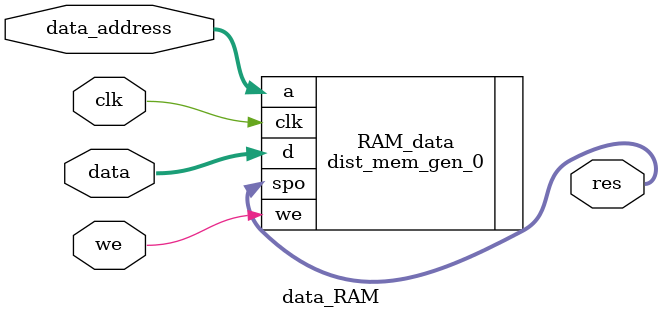
<source format=v>
`timescale 1ns / 1ps


module instruction_RAM(
    input wire clk,
    input wire [15:0] pc,
    output wire [31:0] instruction
);

dist_mem_gen_0 RAM_inst(
    // in
    .clk(clk), .a(pc), .we(1'b0), .d(31'h00000000),
    // out
    .spo(instruction)
);

endmodule

module data_RAM(
    input wire clk,
    input wire we,
    input wire [15:0] data_address,
    input wire [31:0] data,
    output wire [31:0] res
);

dist_mem_gen_0 RAM_data(
    // in
    .clk(clk), .a(data_address), .we(we), .d(data),
    // out
    .spo(res)
);

endmodule

</source>
